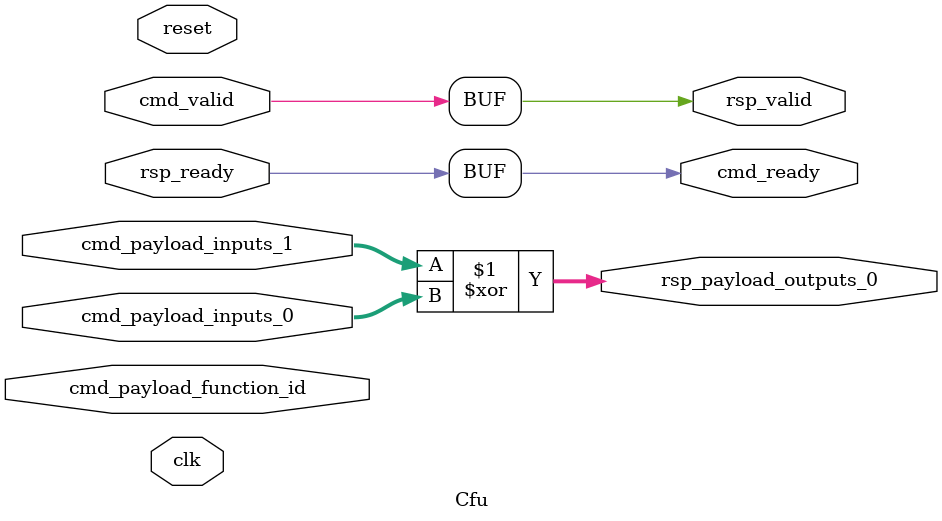
<source format=v>



module Cfu (
  input               cmd_valid,
  output              cmd_ready,
  input      [9:0]    cmd_payload_function_id,
  input      [31:0]   cmd_payload_inputs_0,
  input      [31:0]   cmd_payload_inputs_1,
  output              rsp_valid,
  input               rsp_ready,
  output     [31:0]   rsp_payload_outputs_0,
  input               reset,
  input               clk
);

  // Trivial handshaking for a combinational CFU
  assign rsp_valid = cmd_valid;
  assign cmd_ready = rsp_ready;

  // just a bitwise xor
  assign rsp_payload_outputs_0 = cmd_payload_inputs_1 ^
                                   cmd_payload_inputs_0 ;


endmodule

</source>
